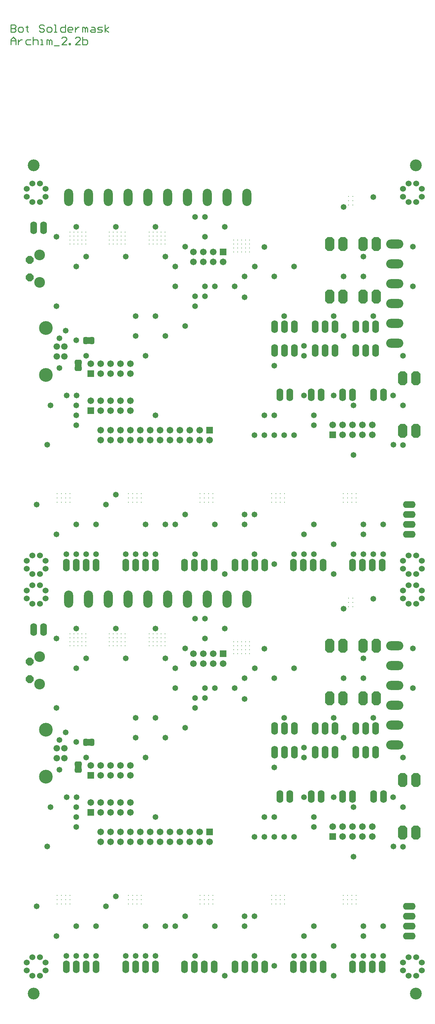
<source format=gbs>
G04*
G04 #@! TF.GenerationSoftware,Altium Limited,Altium Designer,18.1.9 (240)*
G04*
G04 Layer_Color=16711935*
%FSLAX25Y25*%
%MOIN*%
G70*
G01*
G75*
%ADD12C,0.01000*%
%ADD38C,0.06000*%
%ADD122C,0.05800*%
G04:AMPARAMS|DCode=259|XSize=118.74mil|YSize=118.74mil|CornerRadius=59.37mil|HoleSize=0mil|Usage=FLASHONLY|Rotation=90.000|XOffset=0mil|YOffset=0mil|HoleType=Round|Shape=RoundedRectangle|*
%AMROUNDEDRECTD259*
21,1,0.11874,0.00000,0,0,90.0*
21,1,0.00000,0.11874,0,0,90.0*
1,1,0.11874,0.00000,0.00000*
1,1,0.11874,0.00000,0.00000*
1,1,0.11874,0.00000,0.00000*
1,1,0.11874,0.00000,0.00000*
%
%ADD259ROUNDEDRECTD259*%
%ADD335O,0.17300X0.09050*%
G04:AMPARAMS|DCode=336|XSize=141mil|YSize=91mil|CornerRadius=0mil|HoleSize=0mil|Usage=FLASHONLY|Rotation=90.000|XOffset=0mil|YOffset=0mil|HoleType=Round|Shape=Octagon|*
%AMOCTAGOND336*
4,1,8,0.02275,0.07050,-0.02275,0.07050,-0.04550,0.04775,-0.04550,-0.04775,-0.02275,-0.07050,0.02275,-0.07050,0.04550,-0.04775,0.04550,0.04775,0.02275,0.07050,0.0*
%
%ADD336OCTAGOND336*%

%ADD337O,0.09050X0.17300*%
%ADD338P,0.08443X8X292.5*%
%ADD339C,0.10800*%
%ADD340C,0.06600*%
%ADD341C,0.13850*%
%ADD342O,0.06800X0.12800*%
%ADD343C,0.06706*%
%ADD344R,0.06706X0.06706*%
%ADD345O,0.12800X0.06800*%
%ADD346C,0.01000*%
%ADD347R,0.07045X0.03543*%
%ADD348R,0.03543X0.07045*%
G04:AMPARAMS|DCode=349|XSize=58mil|YSize=58mil|CornerRadius=29mil|HoleSize=0mil|Usage=FLASHONLY|Rotation=90.000|XOffset=0mil|YOffset=0mil|HoleType=Round|Shape=RoundedRectangle|*
%AMROUNDEDRECTD349*
21,1,0.05800,0.00000,0,0,90.0*
21,1,0.00000,0.05800,0,0,90.0*
1,1,0.05800,0.00000,0.00000*
1,1,0.05800,0.00000,0.00000*
1,1,0.05800,0.00000,0.00000*
1,1,0.05800,0.00000,0.00000*
%
%ADD349ROUNDEDRECTD349*%
G04:AMPARAMS|DCode=350|XSize=54mil|YSize=71mil|CornerRadius=15.5mil|HoleSize=0mil|Usage=FLASHONLY|Rotation=90.000|XOffset=0mil|YOffset=0mil|HoleType=Round|Shape=RoundedRectangle|*
%AMROUNDEDRECTD350*
21,1,0.05400,0.04000,0,0,90.0*
21,1,0.02300,0.07100,0,0,90.0*
1,1,0.03100,0.02000,0.01150*
1,1,0.03100,0.02000,-0.01150*
1,1,0.03100,-0.02000,-0.01150*
1,1,0.03100,-0.02000,0.01150*
%
%ADD350ROUNDEDRECTD350*%
G04:AMPARAMS|DCode=351|XSize=54mil|YSize=71mil|CornerRadius=15.5mil|HoleSize=0mil|Usage=FLASHONLY|Rotation=180.000|XOffset=0mil|YOffset=0mil|HoleType=Round|Shape=RoundedRectangle|*
%AMROUNDEDRECTD351*
21,1,0.05400,0.04000,0,0,180.0*
21,1,0.02300,0.07100,0,0,180.0*
1,1,0.03100,-0.01150,0.02000*
1,1,0.03100,0.01150,0.02000*
1,1,0.03100,0.01150,-0.02000*
1,1,0.03100,-0.01150,-0.02000*
%
%ADD351ROUNDEDRECTD351*%
G54D12*
X14869Y969840D02*
Y974838D01*
X17369Y977337D01*
X19868Y974838D01*
Y969840D01*
Y973589D01*
X14869D01*
X22367Y974838D02*
Y969840D01*
Y972339D01*
X23617Y973589D01*
X24866Y974838D01*
X26116D01*
X34863D02*
X31114D01*
X29865Y973589D01*
Y971089D01*
X31114Y969840D01*
X34863D01*
X37362Y977337D02*
Y969840D01*
Y973589D01*
X38612Y974838D01*
X41111D01*
X42360Y973589D01*
Y969840D01*
X44860D02*
X47359D01*
X46109D01*
Y974838D01*
X44860D01*
X51108Y969840D02*
Y974838D01*
X52357D01*
X53607Y973589D01*
Y969840D01*
Y973589D01*
X54856Y974838D01*
X56106Y973589D01*
Y969840D01*
X58605Y968590D02*
X63604D01*
X71101Y969840D02*
X66103D01*
X71101Y974838D01*
Y976088D01*
X69852Y977337D01*
X67352D01*
X66103Y976088D01*
X73601Y969840D02*
Y971089D01*
X74850D01*
Y969840D01*
X73601D01*
X84847D02*
X79848D01*
X84847Y974838D01*
Y976088D01*
X83597Y977337D01*
X81098D01*
X79848Y976088D01*
X87346Y977337D02*
Y969840D01*
X91095D01*
X92344Y971089D01*
Y972339D01*
Y973589D01*
X91095Y974838D01*
X87346D01*
X14869Y989837D02*
Y982340D01*
X18618D01*
X19868Y983589D01*
Y984839D01*
X18618Y986089D01*
X14869D01*
X18618D01*
X19868Y987338D01*
Y988588D01*
X18618Y989837D01*
X14869D01*
X23617Y982340D02*
X26116D01*
X27365Y983589D01*
Y986089D01*
X26116Y987338D01*
X23617D01*
X22367Y986089D01*
Y983589D01*
X23617Y982340D01*
X31114Y988588D02*
Y987338D01*
X29865D01*
X32364D01*
X31114D01*
Y983589D01*
X32364Y982340D01*
X48608Y988588D02*
X47359Y989837D01*
X44860D01*
X43610Y988588D01*
Y987338D01*
X44860Y986089D01*
X47359D01*
X48608Y984839D01*
Y983589D01*
X47359Y982340D01*
X44860D01*
X43610Y983589D01*
X52357Y982340D02*
X54856D01*
X56106Y983589D01*
Y986089D01*
X54856Y987338D01*
X52357D01*
X51108Y986089D01*
Y983589D01*
X52357Y982340D01*
X58605D02*
X61105D01*
X59855D01*
Y989837D01*
X58605D01*
X69852D02*
Y982340D01*
X66103D01*
X64853Y983589D01*
Y986089D01*
X66103Y987338D01*
X69852D01*
X76100Y982340D02*
X73601D01*
X72351Y983589D01*
Y986089D01*
X73601Y987338D01*
X76100D01*
X77349Y986089D01*
Y984839D01*
X72351D01*
X79848Y987338D02*
Y982340D01*
Y984839D01*
X81098Y986089D01*
X82348Y987338D01*
X83597D01*
X87346Y982340D02*
Y987338D01*
X88596D01*
X89845Y986089D01*
Y982340D01*
Y986089D01*
X91095Y987338D01*
X92344Y986089D01*
Y982340D01*
X96093Y987338D02*
X98592D01*
X99842Y986089D01*
Y982340D01*
X96093D01*
X94844Y983589D01*
X96093Y984839D01*
X99842D01*
X102341Y982340D02*
X106090D01*
X107340Y983589D01*
X106090Y984839D01*
X103591D01*
X102341Y986089D01*
X103591Y987338D01*
X107340D01*
X109839Y982340D02*
Y989837D01*
Y984839D02*
X113588Y987338D01*
X109839Y984839D02*
X113588Y982340D01*
G54D38*
X429843Y36457D02*
D03*
Y44331D02*
D03*
X424331Y49843D02*
D03*
X416457D02*
D03*
X410945Y44331D02*
D03*
Y36457D02*
D03*
X416457Y30945D02*
D03*
X424331D02*
D03*
X44331D02*
D03*
X36457D02*
D03*
X30945Y36457D02*
D03*
Y44331D02*
D03*
X36457Y49843D02*
D03*
X44331D02*
D03*
X49843Y44331D02*
D03*
Y36457D02*
D03*
X44331Y405945D02*
D03*
X36457D02*
D03*
X30945Y411457D02*
D03*
Y419331D02*
D03*
X36457Y424843D02*
D03*
X44331D02*
D03*
X49843Y419331D02*
D03*
Y411457D02*
D03*
X424331Y405945D02*
D03*
X416457D02*
D03*
X410945Y411457D02*
D03*
Y419331D02*
D03*
X416457Y424843D02*
D03*
X424331D02*
D03*
X429843Y419331D02*
D03*
Y411457D02*
D03*
Y441457D02*
D03*
Y449331D02*
D03*
X424331Y454843D02*
D03*
X416457D02*
D03*
X410945Y449331D02*
D03*
Y441457D02*
D03*
X416457Y435945D02*
D03*
X424331D02*
D03*
X44331D02*
D03*
X36457D02*
D03*
X30945Y441457D02*
D03*
Y449331D02*
D03*
X36457Y454843D02*
D03*
X44331D02*
D03*
X49843Y449331D02*
D03*
Y441457D02*
D03*
X44331Y810945D02*
D03*
X36457D02*
D03*
X30945Y816457D02*
D03*
Y824331D02*
D03*
X36457Y829842D02*
D03*
X44331D02*
D03*
X49843Y824331D02*
D03*
Y816457D02*
D03*
X424331Y810945D02*
D03*
X416457D02*
D03*
X410945Y816457D02*
D03*
Y824331D02*
D03*
X416457Y829842D02*
D03*
X424331D02*
D03*
X429843Y824331D02*
D03*
Y816457D02*
D03*
G54D122*
X63994Y268742D02*
D03*
X70294Y276494D02*
D03*
X310894Y261142D02*
D03*
X300894Y171142D02*
D03*
X370894Y351142D02*
D03*
X130894Y51142D02*
D03*
X280894Y241142D02*
D03*
X340894Y291142D02*
D03*
X310894Y251142D02*
D03*
X380894Y291142D02*
D03*
X350894Y271142D02*
D03*
X270894Y360842D02*
D03*
X250894Y331142D02*
D03*
X390894Y51142D02*
D03*
X380894D02*
D03*
X370894D02*
D03*
X390894Y81142D02*
D03*
X370894D02*
D03*
Y71142D02*
D03*
X340894Y61142D02*
D03*
Y31142D02*
D03*
X320894Y51142D02*
D03*
X310894D02*
D03*
X300894D02*
D03*
X350894Y331142D02*
D03*
X370894D02*
D03*
X420894Y321142D02*
D03*
X350894Y401142D02*
D03*
X410894Y201142D02*
D03*
X63994Y238742D02*
D03*
X80807Y266791D02*
D03*
X200894Y391142D02*
D03*
X410894Y161142D02*
D03*
Y251142D02*
D03*
X210894Y391142D02*
D03*
X60894Y371142D02*
D03*
X280894Y331142D02*
D03*
X300894Y341142D02*
D03*
X270894Y171142D02*
D03*
X260894D02*
D03*
X80894Y381142D02*
D03*
X120894D02*
D03*
X160894D02*
D03*
X420894Y361142D02*
D03*
X230894Y31142D02*
D03*
X200894Y51142D02*
D03*
X280894Y41142D02*
D03*
X260894Y51142D02*
D03*
X280894Y191142D02*
D03*
X290894Y291142D02*
D03*
X190894Y281142D02*
D03*
X220894Y321142D02*
D03*
X210894Y311142D02*
D03*
Y321142D02*
D03*
X160894Y51142D02*
D03*
X150894D02*
D03*
X140894D02*
D03*
X100894D02*
D03*
X90894D02*
D03*
X80894D02*
D03*
X70901Y51149D02*
D03*
X100894Y81142D02*
D03*
X80894D02*
D03*
X60894Y71142D02*
D03*
X40894Y101142D02*
D03*
X170894Y81142D02*
D03*
X150894D02*
D03*
X120894Y111142D02*
D03*
X110894Y101142D02*
D03*
X250894Y81142D02*
D03*
X220894D02*
D03*
X190894Y91142D02*
D03*
X180894Y81142D02*
D03*
X320894D02*
D03*
X310894Y71142D02*
D03*
X260894Y91142D02*
D03*
X250894D02*
D03*
X320894Y181142D02*
D03*
X280894Y171142D02*
D03*
X270894Y191142D02*
D03*
X320894D02*
D03*
X290894Y171142D02*
D03*
X360894Y201142D02*
D03*
X340894Y211142D02*
D03*
X310894D02*
D03*
X250894Y309994D02*
D03*
X160894Y191142D02*
D03*
X81102Y211142D02*
D03*
X80894Y191142D02*
D03*
X400894Y211142D02*
D03*
X150894Y251142D02*
D03*
X51494Y161394D02*
D03*
X80894Y201142D02*
D03*
Y181142D02*
D03*
X54894Y201142D02*
D03*
X71102Y211142D02*
D03*
X90894Y251142D02*
D03*
X140894Y271142D02*
D03*
X170894D02*
D03*
X200894Y301142D02*
D03*
X180894Y321142D02*
D03*
X240894D02*
D03*
X210894Y371142D02*
D03*
X160894Y291142D02*
D03*
X140894D02*
D03*
X180894Y341142D02*
D03*
X190894Y361142D02*
D03*
X170894Y351142D02*
D03*
X130894D02*
D03*
X90894D02*
D03*
X80894Y341142D02*
D03*
X60894Y301142D02*
D03*
X360894Y51142D02*
D03*
X200894Y311142D02*
D03*
X230894Y381142D02*
D03*
X63994Y673742D02*
D03*
X70294Y681494D02*
D03*
X310894Y666142D02*
D03*
X300894Y576142D02*
D03*
X370894Y756142D02*
D03*
X130894Y456142D02*
D03*
X280894Y646142D02*
D03*
X340894Y696142D02*
D03*
X310894Y656142D02*
D03*
X380894Y696142D02*
D03*
X350894Y676142D02*
D03*
X270894Y765842D02*
D03*
X250894Y736142D02*
D03*
X390894Y456142D02*
D03*
X380894D02*
D03*
X370894D02*
D03*
X390894Y486142D02*
D03*
X370894D02*
D03*
Y476142D02*
D03*
X340894Y466142D02*
D03*
Y436142D02*
D03*
X320894Y456142D02*
D03*
X310894D02*
D03*
X300894D02*
D03*
X350894Y736142D02*
D03*
X370894D02*
D03*
X420894Y726142D02*
D03*
X350894Y806142D02*
D03*
X410894Y606142D02*
D03*
X63994Y643742D02*
D03*
X80807Y671791D02*
D03*
X200894Y796142D02*
D03*
X410894Y566142D02*
D03*
Y656142D02*
D03*
X210894Y796142D02*
D03*
X60894Y776142D02*
D03*
X280894Y736142D02*
D03*
X300894Y746142D02*
D03*
X270894Y576142D02*
D03*
X260894D02*
D03*
X80894Y786142D02*
D03*
X120894D02*
D03*
X160894D02*
D03*
X420894Y766142D02*
D03*
X230894Y436142D02*
D03*
X200894Y456142D02*
D03*
X280894Y446142D02*
D03*
X260894Y456142D02*
D03*
X280894Y596142D02*
D03*
X290894Y696142D02*
D03*
X190894Y686142D02*
D03*
X220894Y726142D02*
D03*
X210894Y716142D02*
D03*
Y726142D02*
D03*
X160894Y456142D02*
D03*
X150894D02*
D03*
X140894D02*
D03*
X100894D02*
D03*
X90894D02*
D03*
X80894D02*
D03*
X70901Y456149D02*
D03*
X100894Y486142D02*
D03*
X80894D02*
D03*
X60894Y476142D02*
D03*
X40894Y506142D02*
D03*
X170894Y486142D02*
D03*
X150894D02*
D03*
X120894Y516142D02*
D03*
X110894Y506142D02*
D03*
X250894Y486142D02*
D03*
X220894D02*
D03*
X190894Y496142D02*
D03*
X180894Y486142D02*
D03*
X320894D02*
D03*
X310894Y476142D02*
D03*
X260894Y496142D02*
D03*
X250894D02*
D03*
X320894Y586142D02*
D03*
X280894Y576142D02*
D03*
X270894Y596142D02*
D03*
X320894D02*
D03*
X290894Y576142D02*
D03*
X360894Y606142D02*
D03*
X340894Y616142D02*
D03*
X310894D02*
D03*
X250894Y714994D02*
D03*
X160894Y596142D02*
D03*
X81102Y616142D02*
D03*
X80894Y596142D02*
D03*
X400894Y616142D02*
D03*
X150894Y656142D02*
D03*
X51494Y566394D02*
D03*
X80894Y606142D02*
D03*
Y586142D02*
D03*
X54894Y606142D02*
D03*
X71102Y616142D02*
D03*
X90894Y656142D02*
D03*
X140894Y676142D02*
D03*
X170894D02*
D03*
X200894Y706142D02*
D03*
X180894Y726142D02*
D03*
X240894D02*
D03*
X210894Y776142D02*
D03*
X160894Y696142D02*
D03*
X140894D02*
D03*
X180894Y746142D02*
D03*
X190894Y766142D02*
D03*
X170894Y756142D02*
D03*
X130894D02*
D03*
X90894D02*
D03*
X80894Y746142D02*
D03*
X60894Y706142D02*
D03*
X360894Y456142D02*
D03*
X200894Y716142D02*
D03*
X230894Y786142D02*
D03*
G54D259*
X37894Y847974D02*
D03*
X423780D02*
D03*
Y13189D02*
D03*
X37894Y12894D02*
D03*
G54D335*
X402457Y343642D02*
D03*
Y363642D02*
D03*
Y323642D02*
D03*
Y303642D02*
D03*
Y283642D02*
D03*
Y263642D02*
D03*
Y748642D02*
D03*
Y768642D02*
D03*
Y728642D02*
D03*
Y708642D02*
D03*
Y688642D02*
D03*
Y668642D02*
D03*
G54D336*
X336894Y310794D02*
D03*
X350294D02*
D03*
Y363794D02*
D03*
X336894D02*
D03*
X370494D02*
D03*
X383894D02*
D03*
Y310794D02*
D03*
X370494D02*
D03*
X423826Y228272D02*
D03*
X410426D02*
D03*
Y175272D02*
D03*
X423826D02*
D03*
X336894Y715794D02*
D03*
X350294D02*
D03*
Y768794D02*
D03*
X336894D02*
D03*
X370494D02*
D03*
X383894D02*
D03*
Y715794D02*
D03*
X370494D02*
D03*
X423826Y633272D02*
D03*
X410426D02*
D03*
Y580272D02*
D03*
X423826D02*
D03*
G54D337*
X253394Y410594D02*
D03*
X233394D02*
D03*
X213394D02*
D03*
X193394D02*
D03*
X173394D02*
D03*
X153394D02*
D03*
X133394D02*
D03*
X113394D02*
D03*
X93394D02*
D03*
X73394D02*
D03*
X253394Y815594D02*
D03*
X233394D02*
D03*
X213394D02*
D03*
X193394D02*
D03*
X173394D02*
D03*
X153394D02*
D03*
X133394D02*
D03*
X113394D02*
D03*
X93394D02*
D03*
X73394D02*
D03*
G54D338*
X33994Y347794D02*
D03*
Y329994D02*
D03*
Y752794D02*
D03*
Y734994D02*
D03*
G54D339*
X43794Y352694D02*
D03*
Y325094D02*
D03*
Y757694D02*
D03*
Y730094D02*
D03*
G54D340*
X68994Y250394D02*
D03*
Y260315D02*
D03*
X61094D02*
D03*
Y250394D02*
D03*
X68994Y655394D02*
D03*
Y665315D02*
D03*
X61094D02*
D03*
Y655394D02*
D03*
G54D341*
X50394Y279016D02*
D03*
Y231694D02*
D03*
Y684016D02*
D03*
Y636694D02*
D03*
G54D342*
X301094Y256294D02*
D03*
X291094D02*
D03*
X281094D02*
D03*
X318394Y211694D02*
D03*
X328394D02*
D03*
X359894Y39894D02*
D03*
X369894D02*
D03*
X379894D02*
D03*
X389894D02*
D03*
X47794Y379894D02*
D03*
X37794D02*
D03*
X363194Y256294D02*
D03*
X373194D02*
D03*
X383194D02*
D03*
X322144D02*
D03*
X332144D02*
D03*
X342144D02*
D03*
X383194Y280294D02*
D03*
X373194D02*
D03*
X363194D02*
D03*
X342144D02*
D03*
X332144D02*
D03*
X322144D02*
D03*
X301094D02*
D03*
X291094D02*
D03*
X281094D02*
D03*
X391194Y211694D02*
D03*
X381194D02*
D03*
X359894D02*
D03*
X349894D02*
D03*
X296694D02*
D03*
X286694D02*
D03*
X330394Y39894D02*
D03*
X320394D02*
D03*
X310394D02*
D03*
X300394D02*
D03*
X271394D02*
D03*
X261394D02*
D03*
X251394D02*
D03*
X241394D02*
D03*
X220394D02*
D03*
X210394D02*
D03*
X200394D02*
D03*
X190394D02*
D03*
X160894D02*
D03*
X150894D02*
D03*
X140894D02*
D03*
X130894D02*
D03*
X100894D02*
D03*
X90894D02*
D03*
X80894D02*
D03*
X70894D02*
D03*
X301094Y661294D02*
D03*
X291094D02*
D03*
X281094D02*
D03*
X318394Y616694D02*
D03*
X328394D02*
D03*
X359894Y444894D02*
D03*
X369894D02*
D03*
X379894D02*
D03*
X389894D02*
D03*
X47794Y784894D02*
D03*
X37794D02*
D03*
X363194Y661294D02*
D03*
X373194D02*
D03*
X383194D02*
D03*
X322144D02*
D03*
X332144D02*
D03*
X342144D02*
D03*
X383194Y685294D02*
D03*
X373194D02*
D03*
X363194D02*
D03*
X342144D02*
D03*
X332144D02*
D03*
X322144D02*
D03*
X301094D02*
D03*
X291094D02*
D03*
X281094D02*
D03*
X391194Y616694D02*
D03*
X381194D02*
D03*
X359894D02*
D03*
X349894D02*
D03*
X296694D02*
D03*
X286694D02*
D03*
X330394Y444894D02*
D03*
X320394D02*
D03*
X310394D02*
D03*
X300394D02*
D03*
X271394D02*
D03*
X261394D02*
D03*
X251394D02*
D03*
X241394D02*
D03*
X220394D02*
D03*
X210394D02*
D03*
X200394D02*
D03*
X190394D02*
D03*
X160894D02*
D03*
X150894D02*
D03*
X140894D02*
D03*
X130894D02*
D03*
X100894D02*
D03*
X90894D02*
D03*
X80894D02*
D03*
X70894D02*
D03*
G54D343*
X105494Y165994D02*
D03*
Y175994D02*
D03*
X115494Y165994D02*
D03*
Y175994D02*
D03*
X125494Y165994D02*
D03*
Y175994D02*
D03*
X135494Y165994D02*
D03*
Y175994D02*
D03*
X145494Y165994D02*
D03*
Y175994D02*
D03*
X155494Y165994D02*
D03*
Y175994D02*
D03*
X165494Y165994D02*
D03*
Y175994D02*
D03*
X175494Y165994D02*
D03*
Y175994D02*
D03*
X185494Y165994D02*
D03*
Y175994D02*
D03*
X195494Y165994D02*
D03*
Y175994D02*
D03*
X205494Y165994D02*
D03*
Y175994D02*
D03*
X215494Y165994D02*
D03*
X229194Y345694D02*
D03*
X219194Y355694D02*
D03*
Y345694D02*
D03*
X209194Y355694D02*
D03*
Y345694D02*
D03*
X199194Y355694D02*
D03*
Y345694D02*
D03*
X339870Y181280D02*
D03*
X349870Y171280D02*
D03*
Y181280D02*
D03*
X359870Y171280D02*
D03*
Y181280D02*
D03*
X369870Y171280D02*
D03*
Y181280D02*
D03*
X379870Y171280D02*
D03*
Y181280D02*
D03*
X135694Y205694D02*
D03*
Y195694D02*
D03*
X125694Y205694D02*
D03*
Y195694D02*
D03*
X115694Y205694D02*
D03*
Y195694D02*
D03*
X105694Y205694D02*
D03*
Y195694D02*
D03*
X95694Y205694D02*
D03*
X135694Y243187D02*
D03*
Y233187D02*
D03*
X125694Y243187D02*
D03*
Y233187D02*
D03*
X115694Y243187D02*
D03*
Y233187D02*
D03*
X105694Y243187D02*
D03*
Y233187D02*
D03*
X95694Y243187D02*
D03*
X105494Y570994D02*
D03*
Y580994D02*
D03*
X115494Y570994D02*
D03*
Y580994D02*
D03*
X125494Y570994D02*
D03*
Y580994D02*
D03*
X135494Y570994D02*
D03*
Y580994D02*
D03*
X145494Y570994D02*
D03*
Y580994D02*
D03*
X155494Y570994D02*
D03*
Y580994D02*
D03*
X165494Y570994D02*
D03*
Y580994D02*
D03*
X175494Y570994D02*
D03*
Y580994D02*
D03*
X185494Y570994D02*
D03*
Y580994D02*
D03*
X195494Y570994D02*
D03*
Y580994D02*
D03*
X205494Y570994D02*
D03*
Y580994D02*
D03*
X215494Y570994D02*
D03*
X229194Y750694D02*
D03*
X219194Y760694D02*
D03*
Y750694D02*
D03*
X209194Y760694D02*
D03*
Y750694D02*
D03*
X199194Y760694D02*
D03*
Y750694D02*
D03*
X339870Y586280D02*
D03*
X349870Y576280D02*
D03*
Y586280D02*
D03*
X359870Y576280D02*
D03*
Y586280D02*
D03*
X369870Y576280D02*
D03*
Y586280D02*
D03*
X379870Y576280D02*
D03*
Y586280D02*
D03*
X135694Y610694D02*
D03*
Y600694D02*
D03*
X125694Y610694D02*
D03*
Y600694D02*
D03*
X115694Y610694D02*
D03*
Y600694D02*
D03*
X105694Y610694D02*
D03*
Y600694D02*
D03*
X95694Y610694D02*
D03*
X135694Y648187D02*
D03*
Y638187D02*
D03*
X125694Y648187D02*
D03*
Y638187D02*
D03*
X115694Y648187D02*
D03*
Y638187D02*
D03*
X105694Y648187D02*
D03*
Y638187D02*
D03*
X95694Y648187D02*
D03*
G54D344*
X215494Y175994D02*
D03*
X229194Y355694D02*
D03*
X339870Y171280D02*
D03*
X95694Y195694D02*
D03*
Y233187D02*
D03*
X215494Y580994D02*
D03*
X229194Y760694D02*
D03*
X339870Y576280D02*
D03*
X95694Y600694D02*
D03*
Y638187D02*
D03*
G54D345*
X417194Y100894D02*
D03*
Y90894D02*
D03*
Y80894D02*
D03*
Y70894D02*
D03*
Y505894D02*
D03*
Y495894D02*
D03*
Y485894D02*
D03*
Y475894D02*
D03*
G54D346*
X162494Y371594D02*
D03*
Y375594D02*
D03*
Y367594D02*
D03*
Y363594D02*
D03*
X158494D02*
D03*
X154494D02*
D03*
Y367594D02*
D03*
X158494D02*
D03*
Y371594D02*
D03*
X154494D02*
D03*
Y375594D02*
D03*
X158494D02*
D03*
X166494D02*
D03*
X170494D02*
D03*
Y371594D02*
D03*
X166494D02*
D03*
Y367594D02*
D03*
X170494D02*
D03*
Y363594D02*
D03*
X166494D02*
D03*
X122394Y371594D02*
D03*
Y375594D02*
D03*
Y367594D02*
D03*
Y363594D02*
D03*
X118394D02*
D03*
X114394D02*
D03*
Y367594D02*
D03*
X118394D02*
D03*
Y371594D02*
D03*
X114394D02*
D03*
Y375594D02*
D03*
X118394D02*
D03*
X126394D02*
D03*
X130394D02*
D03*
Y371594D02*
D03*
X126394D02*
D03*
Y367594D02*
D03*
X130394D02*
D03*
Y363594D02*
D03*
X126394D02*
D03*
X248043D02*
D03*
Y367594D02*
D03*
Y359594D02*
D03*
Y355594D02*
D03*
X244043D02*
D03*
X240043D02*
D03*
Y359594D02*
D03*
X244043D02*
D03*
Y363594D02*
D03*
X240043D02*
D03*
Y367594D02*
D03*
X244043D02*
D03*
X252043D02*
D03*
X256043D02*
D03*
Y363594D02*
D03*
X252043D02*
D03*
Y359594D02*
D03*
X256043D02*
D03*
Y355594D02*
D03*
X252043D02*
D03*
X82543Y371594D02*
D03*
Y375594D02*
D03*
Y367594D02*
D03*
Y363594D02*
D03*
X78543D02*
D03*
X74543D02*
D03*
Y367594D02*
D03*
X78543D02*
D03*
Y371594D02*
D03*
X74543D02*
D03*
Y375594D02*
D03*
X78543D02*
D03*
X86543D02*
D03*
X90543D02*
D03*
Y371594D02*
D03*
X86543D02*
D03*
Y367594D02*
D03*
X90543D02*
D03*
Y363594D02*
D03*
X86543D02*
D03*
X205970Y103327D02*
D03*
X218962Y111988D02*
D03*
Y107658D02*
D03*
Y103327D02*
D03*
X214632Y111988D02*
D03*
Y107658D02*
D03*
Y103327D02*
D03*
X210301Y111988D02*
D03*
Y107658D02*
D03*
Y103327D02*
D03*
X205970Y111988D02*
D03*
Y107658D02*
D03*
X355963Y411742D02*
D03*
X360294D02*
D03*
X355963Y407412D02*
D03*
X360294D02*
D03*
X355963Y403081D02*
D03*
X360294D02*
D03*
X61482Y107658D02*
D03*
Y111988D02*
D03*
X65813Y103327D02*
D03*
Y107658D02*
D03*
Y111988D02*
D03*
X70143Y103327D02*
D03*
Y107658D02*
D03*
Y111988D02*
D03*
X74474Y103327D02*
D03*
Y107658D02*
D03*
Y111988D02*
D03*
X61482Y103327D02*
D03*
X278214D02*
D03*
X291206Y111988D02*
D03*
Y107658D02*
D03*
Y103327D02*
D03*
X286876Y111988D02*
D03*
Y107658D02*
D03*
Y103327D02*
D03*
X282545Y111988D02*
D03*
Y107658D02*
D03*
Y103327D02*
D03*
X278214Y111988D02*
D03*
Y107658D02*
D03*
X350458D02*
D03*
Y111988D02*
D03*
X354789Y103327D02*
D03*
Y107658D02*
D03*
Y111988D02*
D03*
X359120Y103327D02*
D03*
Y107658D02*
D03*
Y111988D02*
D03*
X363450Y103327D02*
D03*
Y107658D02*
D03*
Y111988D02*
D03*
X350458Y103327D02*
D03*
X133726D02*
D03*
X146718Y111988D02*
D03*
Y107658D02*
D03*
Y103327D02*
D03*
X142387Y111988D02*
D03*
Y107658D02*
D03*
Y103327D02*
D03*
X138057Y111988D02*
D03*
Y107658D02*
D03*
Y103327D02*
D03*
X133726Y111988D02*
D03*
Y107658D02*
D03*
X162494Y776594D02*
D03*
Y780594D02*
D03*
Y772594D02*
D03*
Y768594D02*
D03*
X158494D02*
D03*
X154494D02*
D03*
Y772594D02*
D03*
X158494D02*
D03*
Y776594D02*
D03*
X154494D02*
D03*
Y780594D02*
D03*
X158494D02*
D03*
X166494D02*
D03*
X170494D02*
D03*
Y776594D02*
D03*
X166494D02*
D03*
Y772594D02*
D03*
X170494D02*
D03*
Y768594D02*
D03*
X166494D02*
D03*
X122394Y776594D02*
D03*
Y780594D02*
D03*
Y772594D02*
D03*
Y768594D02*
D03*
X118394D02*
D03*
X114394D02*
D03*
Y772594D02*
D03*
X118394D02*
D03*
Y776594D02*
D03*
X114394D02*
D03*
Y780594D02*
D03*
X118394D02*
D03*
X126394D02*
D03*
X130394D02*
D03*
Y776594D02*
D03*
X126394D02*
D03*
Y772594D02*
D03*
X130394D02*
D03*
Y768594D02*
D03*
X126394D02*
D03*
X248043D02*
D03*
Y772594D02*
D03*
Y764594D02*
D03*
Y760594D02*
D03*
X244043D02*
D03*
X240043D02*
D03*
Y764594D02*
D03*
X244043D02*
D03*
Y768594D02*
D03*
X240043D02*
D03*
Y772594D02*
D03*
X244043D02*
D03*
X252043D02*
D03*
X256043D02*
D03*
Y768594D02*
D03*
X252043D02*
D03*
Y764594D02*
D03*
X256043D02*
D03*
Y760594D02*
D03*
X252043D02*
D03*
X82543Y776594D02*
D03*
Y780594D02*
D03*
Y772594D02*
D03*
Y768594D02*
D03*
X78543D02*
D03*
X74543D02*
D03*
Y772594D02*
D03*
X78543D02*
D03*
Y776594D02*
D03*
X74543D02*
D03*
Y780594D02*
D03*
X78543D02*
D03*
X86543D02*
D03*
X90543D02*
D03*
Y776594D02*
D03*
X86543D02*
D03*
Y772594D02*
D03*
X90543D02*
D03*
Y768594D02*
D03*
X86543D02*
D03*
X205970Y508327D02*
D03*
X218962Y516988D02*
D03*
Y512658D02*
D03*
Y508327D02*
D03*
X214632Y516988D02*
D03*
Y512658D02*
D03*
Y508327D02*
D03*
X210301Y516988D02*
D03*
Y512658D02*
D03*
Y508327D02*
D03*
X205970Y516988D02*
D03*
Y512658D02*
D03*
X355963Y816743D02*
D03*
X360294D02*
D03*
X355963Y812412D02*
D03*
X360294D02*
D03*
X355963Y808081D02*
D03*
X360294D02*
D03*
X61482Y512658D02*
D03*
Y516988D02*
D03*
X65813Y508327D02*
D03*
Y512658D02*
D03*
Y516988D02*
D03*
X70143Y508327D02*
D03*
Y512658D02*
D03*
Y516988D02*
D03*
X74474Y508327D02*
D03*
Y512658D02*
D03*
Y516988D02*
D03*
X61482Y508327D02*
D03*
X278214D02*
D03*
X291206Y516988D02*
D03*
Y512658D02*
D03*
Y508327D02*
D03*
X286876Y516988D02*
D03*
Y512658D02*
D03*
Y508327D02*
D03*
X282545Y516988D02*
D03*
Y512658D02*
D03*
Y508327D02*
D03*
X278214Y516988D02*
D03*
Y512658D02*
D03*
X350458D02*
D03*
Y516988D02*
D03*
X354789Y508327D02*
D03*
Y512658D02*
D03*
Y516988D02*
D03*
X359120Y508327D02*
D03*
Y512658D02*
D03*
Y516988D02*
D03*
X363450Y508327D02*
D03*
Y512658D02*
D03*
Y516988D02*
D03*
X350458Y508327D02*
D03*
X133726D02*
D03*
X146718Y516988D02*
D03*
Y512658D02*
D03*
Y508327D02*
D03*
X142387Y516988D02*
D03*
Y512658D02*
D03*
Y508327D02*
D03*
X138057Y516988D02*
D03*
Y512658D02*
D03*
Y508327D02*
D03*
X133726Y516988D02*
D03*
Y512658D02*
D03*
G54D347*
X83050Y241358D02*
D03*
Y646358D02*
D03*
G54D348*
X93504Y266534D02*
D03*
Y671534D02*
D03*
G54D349*
X261317Y341031D02*
D03*
X380894Y411142D02*
D03*
X401221Y161319D02*
D03*
X360894Y151142D02*
D03*
X261317Y746031D02*
D03*
X380894Y816142D02*
D03*
X401221Y566319D02*
D03*
X360894Y556142D02*
D03*
G54D350*
X82972Y238457D02*
D03*
Y244457D02*
D03*
Y643457D02*
D03*
Y649457D02*
D03*
G54D351*
X96406Y266457D02*
D03*
X90405D02*
D03*
X96406Y671457D02*
D03*
X90405D02*
D03*
M02*

</source>
